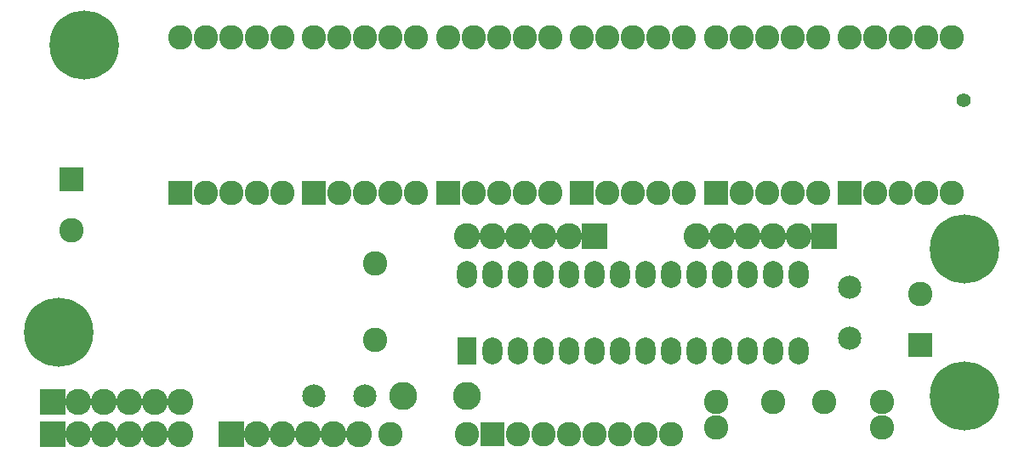
<source format=gbs>
G04 (created by PCBNEW (2013-07-07 BZR 4022)-stable) date 07/12/2013 12:57:39*
%MOIN*%
G04 Gerber Fmt 3.4, Leading zero omitted, Abs format*
%FSLAX34Y34*%
G01*
G70*
G90*
G04 APERTURE LIST*
%ADD10C,0.00393701*%
%ADD11R,0.095748X0.095748*%
%ADD12C,0.095748*%
%ADD13C,0.271648*%
%ADD14C,0.110248*%
%ADD15C,0.090748*%
%ADD16O,0.077748X0.105748*%
%ADD17R,0.077748X0.105748*%
%ADD18R,0.098448X0.098448*%
%ADD19C,0.102348*%
%ADD20C,0.019648*%
%ADD21C,0.055148*%
G04 APERTURE END LIST*
G54D10*
G54D11*
X58000Y-16800D03*
G54D12*
X59000Y-16800D03*
X60000Y-16800D03*
X61000Y-16800D03*
X62000Y-16800D03*
X62000Y-10700D03*
X61000Y-10700D03*
X60000Y-10700D03*
X59000Y-10700D03*
X58000Y-10700D03*
G54D11*
X31750Y-16800D03*
G54D12*
X32750Y-16800D03*
X33750Y-16800D03*
X34750Y-16800D03*
X35750Y-16800D03*
X35750Y-10700D03*
X34750Y-10700D03*
X33750Y-10700D03*
X32750Y-10700D03*
X31750Y-10700D03*
G54D11*
X52750Y-16800D03*
G54D12*
X53750Y-16800D03*
X54750Y-16800D03*
X55750Y-16800D03*
X56750Y-16800D03*
X56750Y-10700D03*
X55750Y-10700D03*
X54750Y-10700D03*
X53750Y-10700D03*
X52750Y-10700D03*
G54D11*
X47500Y-16800D03*
G54D12*
X48500Y-16800D03*
X49500Y-16800D03*
X50500Y-16800D03*
X51500Y-16800D03*
X51500Y-10700D03*
X50500Y-10700D03*
X49500Y-10700D03*
X48500Y-10700D03*
X47500Y-10700D03*
G54D11*
X42250Y-16800D03*
G54D12*
X43250Y-16800D03*
X44250Y-16800D03*
X45250Y-16800D03*
X46250Y-16800D03*
X46250Y-10700D03*
X45250Y-10700D03*
X44250Y-10700D03*
X43250Y-10700D03*
X42250Y-10700D03*
G54D11*
X37000Y-16800D03*
G54D12*
X38000Y-16800D03*
X39000Y-16800D03*
X40000Y-16800D03*
X41000Y-16800D03*
X41000Y-10700D03*
X40000Y-10700D03*
X39000Y-10700D03*
X38000Y-10700D03*
X37000Y-10700D03*
X39400Y-22550D03*
X39400Y-19550D03*
G54D11*
X27500Y-16250D03*
G54D12*
X27500Y-18250D03*
G54D13*
X62500Y-24750D03*
X27000Y-22250D03*
X62500Y-19000D03*
X28000Y-11000D03*
G54D12*
X57000Y-25000D03*
X55000Y-25000D03*
G54D14*
X40500Y-24750D03*
X43000Y-24750D03*
G54D11*
X44000Y-26250D03*
G54D12*
X45000Y-26250D03*
X46000Y-26250D03*
X47000Y-26250D03*
X48000Y-26250D03*
X49000Y-26250D03*
X50000Y-26250D03*
X51000Y-26250D03*
X40000Y-26250D03*
X43000Y-26250D03*
G54D11*
X60750Y-22750D03*
G54D12*
X60750Y-20750D03*
G54D15*
X58000Y-22500D03*
X58000Y-20500D03*
X39000Y-24750D03*
X37000Y-24750D03*
G54D12*
X52750Y-25000D03*
X52750Y-26000D03*
X59250Y-25000D03*
X59250Y-26000D03*
G54D16*
X44000Y-23000D03*
X45000Y-23000D03*
X46000Y-23000D03*
X47000Y-23000D03*
X48000Y-23000D03*
X49000Y-23000D03*
X50000Y-23000D03*
X51000Y-23000D03*
X52000Y-23000D03*
X53000Y-23000D03*
X54000Y-23000D03*
X55000Y-23000D03*
X56000Y-23000D03*
G54D17*
X43000Y-23000D03*
G54D16*
X56000Y-20000D03*
X55000Y-20000D03*
X54000Y-20000D03*
X53000Y-20000D03*
X52000Y-20000D03*
X51000Y-20000D03*
X50000Y-20000D03*
X49000Y-20000D03*
X48000Y-20000D03*
X47000Y-20000D03*
X46000Y-20000D03*
X45000Y-20000D03*
X44000Y-20000D03*
X43000Y-20000D03*
G54D18*
X26750Y-25000D03*
G54D19*
X27750Y-25000D03*
X28750Y-25000D03*
X29750Y-25000D03*
X30750Y-25000D03*
X31750Y-25000D03*
G54D18*
X26750Y-26250D03*
G54D19*
X27750Y-26250D03*
X28750Y-26250D03*
X29750Y-26250D03*
X30750Y-26250D03*
X31750Y-26250D03*
G54D18*
X57000Y-18500D03*
G54D19*
X56000Y-18500D03*
X55000Y-18500D03*
X54000Y-18500D03*
X53000Y-18500D03*
X52000Y-18500D03*
G54D18*
X48000Y-18500D03*
G54D19*
X47000Y-18500D03*
X46000Y-18500D03*
X45000Y-18500D03*
X44000Y-18500D03*
X43000Y-18500D03*
G54D18*
X33750Y-26250D03*
G54D19*
X34750Y-26250D03*
X35750Y-26250D03*
X36750Y-26250D03*
X37750Y-26250D03*
X38750Y-26250D03*
G54D20*
X62500Y-13150D03*
G54D21*
X62450Y-13150D03*
M02*

</source>
